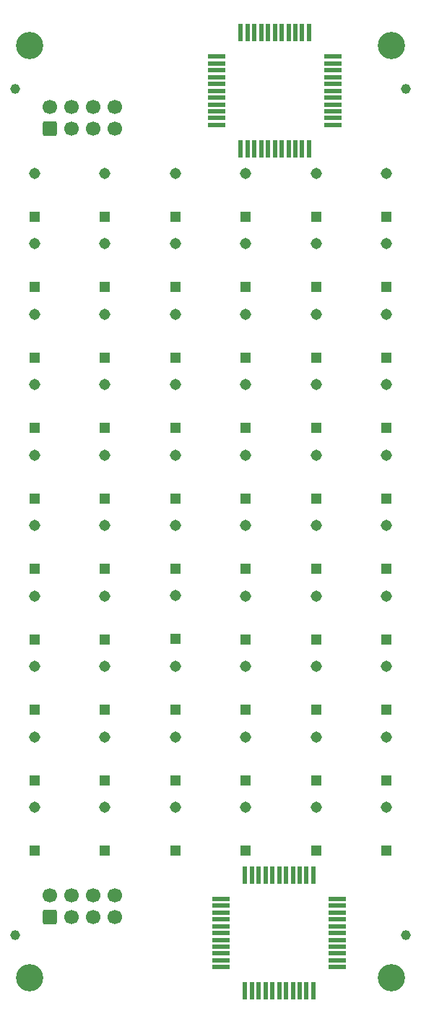
<source format=gts>
G04 #@! TF.GenerationSoftware,KiCad,Pcbnew,7.0.5*
G04 #@! TF.CreationDate,2023-09-06T13:43:01-04:00*
G04 #@! TF.ProjectId,INS-1 Matrix_DRC,494e532d-3120-44d6-9174-7269785f4452,rev?*
G04 #@! TF.SameCoordinates,Original*
G04 #@! TF.FileFunction,Soldermask,Top*
G04 #@! TF.FilePolarity,Negative*
%FSLAX46Y46*%
G04 Gerber Fmt 4.6, Leading zero omitted, Abs format (unit mm)*
G04 Created by KiCad (PCBNEW 7.0.5) date 2023-09-06 13:43:01*
%MOMM*%
%LPD*%
G01*
G04 APERTURE LIST*
G04 Aperture macros list*
%AMRoundRect*
0 Rectangle with rounded corners*
0 $1 Rounding radius*
0 $2 $3 $4 $5 $6 $7 $8 $9 X,Y pos of 4 corners*
0 Add a 4 corners polygon primitive as box body*
4,1,4,$2,$3,$4,$5,$6,$7,$8,$9,$2,$3,0*
0 Add four circle primitives for the rounded corners*
1,1,$1+$1,$2,$3*
1,1,$1+$1,$4,$5*
1,1,$1+$1,$6,$7*
1,1,$1+$1,$8,$9*
0 Add four rect primitives between the rounded corners*
20,1,$1+$1,$2,$3,$4,$5,0*
20,1,$1+$1,$4,$5,$6,$7,0*
20,1,$1+$1,$6,$7,$8,$9,0*
20,1,$1+$1,$8,$9,$2,$3,0*%
G04 Aperture macros list end*
%ADD10R,1.308000X1.308000*%
%ADD11C,1.308000*%
%ADD12RoundRect,0.250000X0.600000X-0.600000X0.600000X0.600000X-0.600000X0.600000X-0.600000X-0.600000X0*%
%ADD13C,1.700000*%
%ADD14R,0.550000X2.000000*%
%ADD15R,2.000000X0.550000*%
%ADD16C,3.200000*%
%ADD17C,1.152000*%
G04 APERTURE END LIST*
D10*
X79629000Y-135890000D03*
D11*
X79629000Y-130810000D03*
D10*
X71374000Y-78105000D03*
D11*
X71374000Y-73025000D03*
D10*
X54864000Y-127635000D03*
D11*
X54864000Y-122555000D03*
D10*
X71374000Y-127635000D03*
D11*
X71374000Y-122555000D03*
D10*
X71374000Y-119380000D03*
D11*
X71374000Y-114300000D03*
D10*
X71374000Y-135890000D03*
D11*
X71374000Y-130810000D03*
D10*
X54864000Y-86360000D03*
D11*
X54864000Y-81280000D03*
D10*
X79629000Y-111125000D03*
D11*
X79629000Y-106045000D03*
D12*
X56642000Y-143637000D03*
D13*
X56642000Y-141097000D03*
X59182000Y-143637000D03*
X59182000Y-141097000D03*
X61722000Y-143637000D03*
X61722000Y-141097000D03*
X64262000Y-143637000D03*
X64262000Y-141097000D03*
D14*
X87566000Y-152342000D03*
X83566000Y-152342000D03*
X86766000Y-152342000D03*
X79566000Y-152342000D03*
D15*
X90366000Y-148742000D03*
X90366000Y-147942000D03*
X90366000Y-147142000D03*
X90366000Y-146342000D03*
X90366000Y-145542000D03*
X90366000Y-144742000D03*
X90366000Y-143942000D03*
X90366000Y-143142000D03*
X90366000Y-142342000D03*
X90366000Y-141542000D03*
D14*
X87566000Y-138742000D03*
X86766000Y-138742000D03*
X85966000Y-138742000D03*
X85166000Y-138742000D03*
X84366000Y-138742000D03*
X83566000Y-138742000D03*
X82766000Y-138742000D03*
X81966000Y-138742000D03*
X81166000Y-138742000D03*
X80366000Y-138742000D03*
X79566000Y-138742000D03*
D15*
X76766000Y-141542000D03*
X76766000Y-142342000D03*
X76766000Y-143142000D03*
X76766000Y-143942000D03*
X76766000Y-144742000D03*
X76766000Y-145542000D03*
X76766000Y-146342000D03*
X76766000Y-147142000D03*
X76766000Y-147942000D03*
X76766000Y-148742000D03*
X76766000Y-149542000D03*
D14*
X85966000Y-152342000D03*
X80366000Y-152342000D03*
X81166000Y-152342000D03*
X81966000Y-152342000D03*
D15*
X90366000Y-149542000D03*
D14*
X82766000Y-152342000D03*
X85166000Y-152342000D03*
X84366000Y-152342000D03*
D10*
X63119000Y-61595000D03*
D11*
X63119000Y-56515000D03*
D10*
X87884000Y-69850000D03*
D11*
X87884000Y-64770000D03*
D16*
X96700000Y-150800000D03*
D10*
X96139000Y-69850000D03*
D11*
X96139000Y-64770000D03*
D17*
X52578000Y-145796000D03*
D14*
X79058000Y-40063000D03*
X83058000Y-40063000D03*
X79858000Y-40063000D03*
X87058000Y-40063000D03*
D15*
X76258000Y-43663000D03*
X76258000Y-44463000D03*
X76258000Y-45263000D03*
X76258000Y-46063000D03*
X76258000Y-46863000D03*
X76258000Y-47663000D03*
X76258000Y-48463000D03*
X76258000Y-49263000D03*
X76258000Y-50063000D03*
X76258000Y-50863000D03*
D14*
X79058000Y-53663000D03*
X79858000Y-53663000D03*
X80658000Y-53663000D03*
X81458000Y-53663000D03*
X82258000Y-53663000D03*
X83058000Y-53663000D03*
X83858000Y-53663000D03*
X84658000Y-53663000D03*
X85458000Y-53663000D03*
X86258000Y-53663000D03*
X87058000Y-53663000D03*
D15*
X89858000Y-50863000D03*
X89858000Y-50063000D03*
X89858000Y-49263000D03*
X89858000Y-48463000D03*
X89858000Y-47663000D03*
X89858000Y-46863000D03*
X89858000Y-46063000D03*
X89858000Y-45263000D03*
X89858000Y-44463000D03*
X89858000Y-43663000D03*
X89858000Y-42863000D03*
D14*
X80658000Y-40063000D03*
X86258000Y-40063000D03*
X85458000Y-40063000D03*
X84658000Y-40063000D03*
D15*
X76258000Y-42863000D03*
D14*
X83858000Y-40063000D03*
X81458000Y-40063000D03*
X82258000Y-40063000D03*
D10*
X63119000Y-86360000D03*
D11*
X63119000Y-81280000D03*
D10*
X79629000Y-119380000D03*
D11*
X79629000Y-114300000D03*
D10*
X87884000Y-61595000D03*
D11*
X87884000Y-56515000D03*
D10*
X54864000Y-119380000D03*
D11*
X54864000Y-114300000D03*
D10*
X71374000Y-69850000D03*
D11*
X71374000Y-64770000D03*
D10*
X54864000Y-61595000D03*
D11*
X54864000Y-56515000D03*
D10*
X87884000Y-86360000D03*
D11*
X87884000Y-81280000D03*
D10*
X96139000Y-78105000D03*
D11*
X96139000Y-73025000D03*
D10*
X87884000Y-135890000D03*
D11*
X87884000Y-130810000D03*
D10*
X63119000Y-102870000D03*
D11*
X63119000Y-97790000D03*
D10*
X96139000Y-94615000D03*
D11*
X96139000Y-89535000D03*
D10*
X96139000Y-127635000D03*
D11*
X96139000Y-122555000D03*
D10*
X79629000Y-69850000D03*
D11*
X79629000Y-64770000D03*
D10*
X96139000Y-111125000D03*
D11*
X96139000Y-106045000D03*
D10*
X79629000Y-127635000D03*
D11*
X79629000Y-122555000D03*
D10*
X87884000Y-119380000D03*
D11*
X87884000Y-114300000D03*
D10*
X79629000Y-94615000D03*
D11*
X79629000Y-89535000D03*
D10*
X54864000Y-135890000D03*
D11*
X54864000Y-130810000D03*
D10*
X87884000Y-102870000D03*
D11*
X87884000Y-97790000D03*
D10*
X87884000Y-94615000D03*
D11*
X87884000Y-89535000D03*
D10*
X96139000Y-86360000D03*
D11*
X96139000Y-81280000D03*
D10*
X87884000Y-111125000D03*
D11*
X87884000Y-106045000D03*
D10*
X79629000Y-86360000D03*
D11*
X79629000Y-81280000D03*
D10*
X87884000Y-127635000D03*
D11*
X87884000Y-122555000D03*
D10*
X79629000Y-61595000D03*
D11*
X79629000Y-56515000D03*
D10*
X71374000Y-111045000D03*
D11*
X71374000Y-105965000D03*
D10*
X54864000Y-102870000D03*
D11*
X54864000Y-97790000D03*
D10*
X63119000Y-135890000D03*
D11*
X63119000Y-130810000D03*
D10*
X96139000Y-119380000D03*
D11*
X96139000Y-114300000D03*
D10*
X79629000Y-102870000D03*
D11*
X79629000Y-97790000D03*
D16*
X54300000Y-150800000D03*
D10*
X63119000Y-119380000D03*
D11*
X63119000Y-114300000D03*
D10*
X71374000Y-102870000D03*
D11*
X71374000Y-97790000D03*
D10*
X96139000Y-135890000D03*
D11*
X96139000Y-130810000D03*
D10*
X54864000Y-94615000D03*
D11*
X54864000Y-89535000D03*
D17*
X52578000Y-46609000D03*
D10*
X63119000Y-111125000D03*
D11*
X63119000Y-106045000D03*
D16*
X54300000Y-41600000D03*
D17*
X98425000Y-145796000D03*
D10*
X79629000Y-78105000D03*
D11*
X79629000Y-73025000D03*
D10*
X96139000Y-61595000D03*
D11*
X96139000Y-56515000D03*
D10*
X96139000Y-102870000D03*
D11*
X96139000Y-97790000D03*
D10*
X71374000Y-86360000D03*
D11*
X71374000Y-81280000D03*
D10*
X54864000Y-111125000D03*
D11*
X54864000Y-106045000D03*
D10*
X63119000Y-78105000D03*
D11*
X63119000Y-73025000D03*
D10*
X54864000Y-69850000D03*
D11*
X54864000Y-64770000D03*
D12*
X56642000Y-51308000D03*
D13*
X56642000Y-48768000D03*
X59182000Y-51308000D03*
X59182000Y-48768000D03*
X61722000Y-51308000D03*
X61722000Y-48768000D03*
X64262000Y-51308000D03*
X64262000Y-48768000D03*
D10*
X71374000Y-61595000D03*
D11*
X71374000Y-56515000D03*
D10*
X63119000Y-94615000D03*
D11*
X63119000Y-89535000D03*
D10*
X87884000Y-78105000D03*
D11*
X87884000Y-73025000D03*
D16*
X96700000Y-41600000D03*
D17*
X98425000Y-46609000D03*
D10*
X63119000Y-127635000D03*
D11*
X63119000Y-122555000D03*
D10*
X63119000Y-69850000D03*
D11*
X63119000Y-64770000D03*
D10*
X71374000Y-94615000D03*
D11*
X71374000Y-89535000D03*
D10*
X54864000Y-78105000D03*
D11*
X54864000Y-73025000D03*
M02*

</source>
